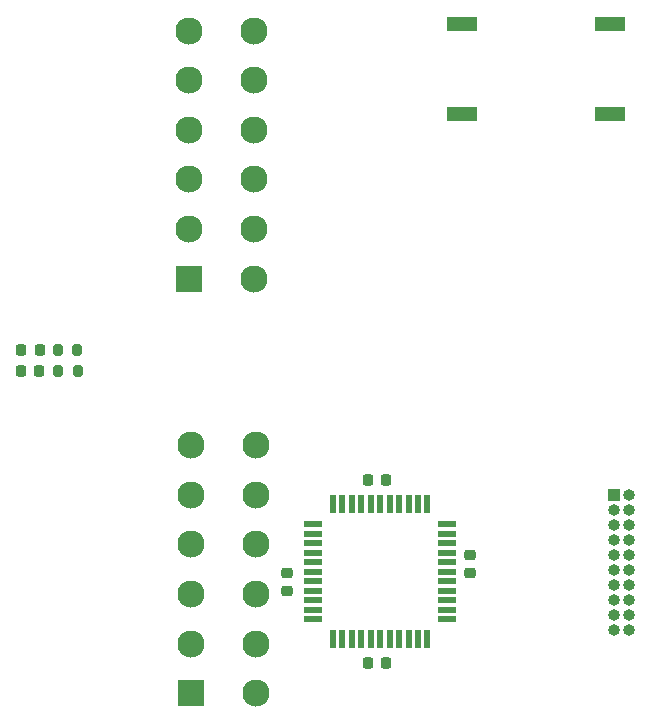
<source format=gbr>
%TF.GenerationSoftware,KiCad,Pcbnew,7.0.10*%
%TF.CreationDate,2024-02-20T17:57:48-08:00*%
%TF.ProjectId,HarnessTesterAll,4861726e-6573-4735-9465-73746572416c,rev?*%
%TF.SameCoordinates,Original*%
%TF.FileFunction,Soldermask,Top*%
%TF.FilePolarity,Negative*%
%FSLAX46Y46*%
G04 Gerber Fmt 4.6, Leading zero omitted, Abs format (unit mm)*
G04 Created by KiCad (PCBNEW 7.0.10) date 2024-02-20 17:57:48*
%MOMM*%
%LPD*%
G01*
G04 APERTURE LIST*
G04 Aperture macros list*
%AMRoundRect*
0 Rectangle with rounded corners*
0 $1 Rounding radius*
0 $2 $3 $4 $5 $6 $7 $8 $9 X,Y pos of 4 corners*
0 Add a 4 corners polygon primitive as box body*
4,1,4,$2,$3,$4,$5,$6,$7,$8,$9,$2,$3,0*
0 Add four circle primitives for the rounded corners*
1,1,$1+$1,$2,$3*
1,1,$1+$1,$4,$5*
1,1,$1+$1,$6,$7*
1,1,$1+$1,$8,$9*
0 Add four rect primitives between the rounded corners*
20,1,$1+$1,$2,$3,$4,$5,0*
20,1,$1+$1,$4,$5,$6,$7,0*
20,1,$1+$1,$6,$7,$8,$9,0*
20,1,$1+$1,$8,$9,$2,$3,0*%
G04 Aperture macros list end*
%ADD10RoundRect,0.200000X0.200000X0.275000X-0.200000X0.275000X-0.200000X-0.275000X0.200000X-0.275000X0*%
%ADD11R,2.300000X2.300000*%
%ADD12C,2.300000*%
%ADD13R,2.500000X1.200000*%
%ADD14R,1.000000X1.000000*%
%ADD15O,1.000000X1.000000*%
%ADD16RoundRect,0.225000X-0.225000X-0.250000X0.225000X-0.250000X0.225000X0.250000X-0.225000X0.250000X0*%
%ADD17RoundRect,0.225000X-0.250000X0.225000X-0.250000X-0.225000X0.250000X-0.225000X0.250000X0.225000X0*%
%ADD18RoundRect,0.218750X-0.218750X-0.256250X0.218750X-0.256250X0.218750X0.256250X-0.218750X0.256250X0*%
%ADD19RoundRect,0.225000X0.250000X-0.225000X0.250000X0.225000X-0.250000X0.225000X-0.250000X-0.225000X0*%
%ADD20RoundRect,0.225000X0.225000X0.250000X-0.225000X0.250000X-0.225000X-0.250000X0.225000X-0.250000X0*%
%ADD21R,1.500000X0.550000*%
%ADD22R,0.550000X1.500000*%
G04 APERTURE END LIST*
D10*
%TO.C,R26*%
X93204840Y-93345727D03*
X91554840Y-93345727D03*
%TD*%
D11*
%TO.C,J2*%
X102847499Y-122436999D03*
D12*
X102847499Y-118237000D03*
X102847499Y-114037001D03*
X102847499Y-109837001D03*
X102847499Y-105637002D03*
X102847499Y-101437003D03*
X108347498Y-122436999D03*
X108347498Y-118237000D03*
X108347498Y-114037001D03*
X108347498Y-109837001D03*
X108347498Y-105637002D03*
X108347498Y-101437003D03*
%TD*%
D13*
%TO.C,SW1*%
X125830000Y-73406000D03*
X138330000Y-73406000D03*
X125830000Y-65786000D03*
X138330000Y-65786000D03*
%TD*%
D14*
%TO.C,J3*%
X138684000Y-105664000D03*
D15*
X139954000Y-105664000D03*
X138684000Y-106934000D03*
X139954000Y-106934000D03*
X138684000Y-108204000D03*
X139954000Y-108204000D03*
X138684000Y-109474000D03*
X139954000Y-109474000D03*
X138684000Y-110744000D03*
X139954000Y-110744000D03*
X138684000Y-112014000D03*
X139954000Y-112014000D03*
X138684000Y-113284000D03*
X139954000Y-113284000D03*
X138684000Y-114554000D03*
X139954000Y-114554000D03*
X138684000Y-115824000D03*
X139954000Y-115824000D03*
X138684000Y-117094000D03*
X139954000Y-117094000D03*
%TD*%
D16*
%TO.C,C4*%
X117843000Y-104394000D03*
X119393000Y-104394000D03*
%TD*%
D17*
%TO.C,C1*%
X110998000Y-112255000D03*
X110998000Y-113805000D03*
%TD*%
D18*
%TO.C,D2*%
X88433499Y-95123000D03*
X90008499Y-95123000D03*
%TD*%
D19*
%TO.C,C2*%
X126492000Y-112268000D03*
X126492000Y-110718000D03*
%TD*%
D18*
%TO.C,D1*%
X88455840Y-93345727D03*
X90030840Y-93345727D03*
%TD*%
D20*
%TO.C,C3*%
X119393000Y-119888000D03*
X117843000Y-119888000D03*
%TD*%
D10*
%TO.C,R25*%
X93258499Y-95123000D03*
X91608499Y-95123000D03*
%TD*%
D11*
%TO.C,J1*%
X102715999Y-87334997D03*
D12*
X102715999Y-83134998D03*
X102715999Y-78934999D03*
X102715999Y-74734999D03*
X102715999Y-70535000D03*
X102715999Y-66335001D03*
X108215998Y-87334997D03*
X108215998Y-83134998D03*
X108215998Y-78934999D03*
X108215998Y-74734999D03*
X108215998Y-70535000D03*
X108215998Y-66335001D03*
%TD*%
D21*
%TO.C,U1*%
X113172000Y-108156000D03*
X113172000Y-108956000D03*
X113172000Y-109756000D03*
X113172000Y-110556000D03*
X113172000Y-111356000D03*
X113172000Y-112156000D03*
X113172000Y-112956000D03*
X113172000Y-113756000D03*
X113172000Y-114556000D03*
X113172000Y-115356000D03*
X113172000Y-116156000D03*
D22*
X114872000Y-117856000D03*
X115672000Y-117856000D03*
X116472000Y-117856000D03*
X117272000Y-117856000D03*
X118072000Y-117856000D03*
X118872000Y-117856000D03*
X119672000Y-117856000D03*
X120472000Y-117856000D03*
X121272000Y-117856000D03*
X122072000Y-117856000D03*
X122872000Y-117856000D03*
D21*
X124572000Y-116156000D03*
X124572000Y-115356000D03*
X124572000Y-114556000D03*
X124572000Y-113756000D03*
X124572000Y-112956000D03*
X124572000Y-112156000D03*
X124572000Y-111356000D03*
X124572000Y-110556000D03*
X124572000Y-109756000D03*
X124572000Y-108956000D03*
X124572000Y-108156000D03*
D22*
X122872000Y-106456000D03*
X122072000Y-106456000D03*
X121272000Y-106456000D03*
X120472000Y-106456000D03*
X119672000Y-106456000D03*
X118872000Y-106456000D03*
X118072000Y-106456000D03*
X117272000Y-106456000D03*
X116472000Y-106456000D03*
X115672000Y-106456000D03*
X114872000Y-106456000D03*
%TD*%
M02*

</source>
